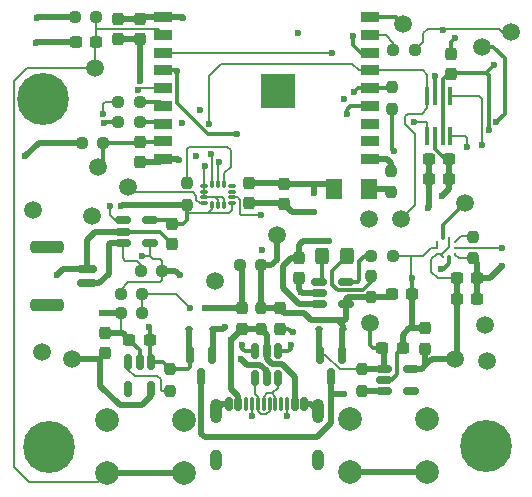
<source format=gbr>
%TF.GenerationSoftware,KiCad,Pcbnew,9.0.0*%
%TF.CreationDate,2025-12-27T14:24:40-08:00*%
%TF.ProjectId,esp_module_rev1,6573705f-6d6f-4647-956c-655f72657631,rev?*%
%TF.SameCoordinates,Original*%
%TF.FileFunction,Copper,L1,Top*%
%TF.FilePolarity,Positive*%
%FSLAX46Y46*%
G04 Gerber Fmt 4.6, Leading zero omitted, Abs format (unit mm)*
G04 Created by KiCad (PCBNEW 9.0.0) date 2025-12-27 14:24:40*
%MOMM*%
%LPD*%
G01*
G04 APERTURE LIST*
G04 Aperture macros list*
%AMRoundRect*
0 Rectangle with rounded corners*
0 $1 Rounding radius*
0 $2 $3 $4 $5 $6 $7 $8 $9 X,Y pos of 4 corners*
0 Add a 4 corners polygon primitive as box body*
4,1,4,$2,$3,$4,$5,$6,$7,$8,$9,$2,$3,0*
0 Add four circle primitives for the rounded corners*
1,1,$1+$1,$2,$3*
1,1,$1+$1,$4,$5*
1,1,$1+$1,$6,$7*
1,1,$1+$1,$8,$9*
0 Add four rect primitives between the rounded corners*
20,1,$1+$1,$2,$3,$4,$5,0*
20,1,$1+$1,$4,$5,$6,$7,0*
20,1,$1+$1,$6,$7,$8,$9,0*
20,1,$1+$1,$8,$9,$2,$3,0*%
G04 Aperture macros list end*
%TA.AperFunction,SMDPad,CuDef*%
%ADD10R,1.500000X0.900000*%
%TD*%
%TA.AperFunction,HeatsinkPad*%
%ADD11C,0.600000*%
%TD*%
%TA.AperFunction,HeatsinkPad*%
%ADD12R,2.900000X2.900000*%
%TD*%
%TA.AperFunction,SMDPad,CuDef*%
%ADD13RoundRect,0.150000X-0.512500X-0.150000X0.512500X-0.150000X0.512500X0.150000X-0.512500X0.150000X0*%
%TD*%
%TA.AperFunction,SMDPad,CuDef*%
%ADD14RoundRect,0.237500X-0.237500X0.300000X-0.237500X-0.300000X0.237500X-0.300000X0.237500X0.300000X0*%
%TD*%
%TA.AperFunction,SMDPad,CuDef*%
%ADD15RoundRect,0.237500X0.250000X0.237500X-0.250000X0.237500X-0.250000X-0.237500X0.250000X-0.237500X0*%
%TD*%
%TA.AperFunction,SMDPad,CuDef*%
%ADD16RoundRect,0.087500X-0.225000X-0.087500X0.225000X-0.087500X0.225000X0.087500X-0.225000X0.087500X0*%
%TD*%
%TA.AperFunction,SMDPad,CuDef*%
%ADD17RoundRect,0.087500X-0.087500X-0.225000X0.087500X-0.225000X0.087500X0.225000X-0.087500X0.225000X0*%
%TD*%
%TA.AperFunction,SMDPad,CuDef*%
%ADD18RoundRect,0.150000X-0.150000X-0.425000X0.150000X-0.425000X0.150000X0.425000X-0.150000X0.425000X0*%
%TD*%
%TA.AperFunction,SMDPad,CuDef*%
%ADD19RoundRect,0.075000X-0.075000X-0.500000X0.075000X-0.500000X0.075000X0.500000X-0.075000X0.500000X0*%
%TD*%
%TA.AperFunction,HeatsinkPad*%
%ADD20O,1.000000X2.100000*%
%TD*%
%TA.AperFunction,HeatsinkPad*%
%ADD21O,1.000000X1.800000*%
%TD*%
%TA.AperFunction,ComponentPad*%
%ADD22C,1.500000*%
%TD*%
%TA.AperFunction,SMDPad,CuDef*%
%ADD23R,0.254000X0.279400*%
%TD*%
%TA.AperFunction,SMDPad,CuDef*%
%ADD24R,0.279400X0.254000*%
%TD*%
%TA.AperFunction,SMDPad,CuDef*%
%ADD25RoundRect,0.237500X0.237500X-0.250000X0.237500X0.250000X-0.237500X0.250000X-0.237500X-0.250000X0*%
%TD*%
%TA.AperFunction,SMDPad,CuDef*%
%ADD26RoundRect,0.237500X-0.300000X-0.237500X0.300000X-0.237500X0.300000X0.237500X-0.300000X0.237500X0*%
%TD*%
%TA.AperFunction,SMDPad,CuDef*%
%ADD27RoundRect,0.237500X-0.250000X-0.237500X0.250000X-0.237500X0.250000X0.237500X-0.250000X0.237500X0*%
%TD*%
%TA.AperFunction,SMDPad,CuDef*%
%ADD28RoundRect,0.250000X-0.325000X-0.450000X0.325000X-0.450000X0.325000X0.450000X-0.325000X0.450000X0*%
%TD*%
%TA.AperFunction,SMDPad,CuDef*%
%ADD29RoundRect,0.150000X0.700000X-0.150000X0.700000X0.150000X-0.700000X0.150000X-0.700000X-0.150000X0*%
%TD*%
%TA.AperFunction,SMDPad,CuDef*%
%ADD30RoundRect,0.250000X1.150000X-0.250000X1.150000X0.250000X-1.150000X0.250000X-1.150000X-0.250000X0*%
%TD*%
%TA.AperFunction,SMDPad,CuDef*%
%ADD31RoundRect,0.237500X0.237500X-0.300000X0.237500X0.300000X-0.237500X0.300000X-0.237500X-0.300000X0*%
%TD*%
%TA.AperFunction,SMDPad,CuDef*%
%ADD32RoundRect,0.112500X-0.187500X-0.112500X0.187500X-0.112500X0.187500X0.112500X-0.187500X0.112500X0*%
%TD*%
%TA.AperFunction,SMDPad,CuDef*%
%ADD33RoundRect,0.150000X-0.150000X0.587500X-0.150000X-0.587500X0.150000X-0.587500X0.150000X0.587500X0*%
%TD*%
%TA.AperFunction,SMDPad,CuDef*%
%ADD34RoundRect,0.150000X-0.150000X0.512500X-0.150000X-0.512500X0.150000X-0.512500X0.150000X0.512500X0*%
%TD*%
%TA.AperFunction,ComponentPad*%
%ADD35C,0.700000*%
%TD*%
%TA.AperFunction,ComponentPad*%
%ADD36C,4.400000*%
%TD*%
%TA.AperFunction,ComponentPad*%
%ADD37C,2.000000*%
%TD*%
%TA.AperFunction,SMDPad,CuDef*%
%ADD38RoundRect,0.250001X-0.462499X-0.624999X0.462499X-0.624999X0.462499X0.624999X-0.462499X0.624999X0*%
%TD*%
%TA.AperFunction,SMDPad,CuDef*%
%ADD39RoundRect,0.237500X-0.237500X0.250000X-0.237500X-0.250000X0.237500X-0.250000X0.237500X0.250000X0*%
%TD*%
%TA.AperFunction,SMDPad,CuDef*%
%ADD40R,0.300000X1.600000*%
%TD*%
%TA.AperFunction,SMDPad,CuDef*%
%ADD41RoundRect,0.150000X0.150000X-0.512500X0.150000X0.512500X-0.150000X0.512500X-0.150000X-0.512500X0*%
%TD*%
%TA.AperFunction,SMDPad,CuDef*%
%ADD42RoundRect,0.237500X0.300000X0.237500X-0.300000X0.237500X-0.300000X-0.237500X0.300000X-0.237500X0*%
%TD*%
%TA.AperFunction,ViaPad*%
%ADD43C,0.600000*%
%TD*%
%TA.AperFunction,Conductor*%
%ADD44C,0.500000*%
%TD*%
%TA.AperFunction,Conductor*%
%ADD45C,0.150000*%
%TD*%
%TA.AperFunction,Conductor*%
%ADD46C,0.200000*%
%TD*%
%TA.AperFunction,Conductor*%
%ADD47C,0.300000*%
%TD*%
G04 APERTURE END LIST*
D10*
%TO.P,U5,1,3V3*%
%TO.N,+3V3*%
X139000000Y-83250000D03*
%TO.P,U5,2,EN*%
%TO.N,/ESP32_EN*%
X139000000Y-84750000D03*
%TO.P,U5,3,IO4*%
%TO.N,/BMP_INT*%
X139000000Y-86250000D03*
%TO.P,U5,4,IO5*%
%TO.N,/MAX_INT*%
X139000000Y-87750000D03*
%TO.P,U5,5,IO6*%
%TO.N,/LSM_INT1*%
X139000000Y-89250000D03*
%TO.P,U5,6,IO7*%
%TO.N,Net-(U5-IO7)*%
X139000000Y-90750000D03*
%TO.P,U5,7,IO8*%
%TO.N,Net-(U5-IO8)*%
X139000000Y-92250000D03*
%TO.P,U5,8,IO9*%
%TO.N,/BOOT_SEL_GPIO9*%
X139000000Y-93750000D03*
%TO.P,U5,9,GND*%
%TO.N,GND*%
X139000000Y-95250000D03*
%TO.P,U5,10,IO10*%
%TO.N,/USER_LED*%
X156500000Y-95250000D03*
%TO.P,U5,11,IO20/RXD*%
%TO.N,unconnected-(U5-IO20{slash}RXD-Pad11)*%
X156500000Y-93750000D03*
%TO.P,U5,12,IO21/TXD*%
%TO.N,unconnected-(U5-IO21{slash}TXD-Pad12)*%
X156500000Y-92250000D03*
%TO.P,U5,13,IO18*%
%TO.N,/USB_D-*%
X156500000Y-90750000D03*
%TO.P,U5,14,IO19*%
%TO.N,/USB_D+*%
X156500000Y-89250000D03*
%TO.P,U5,15,IO3*%
%TO.N,/I2C_SDA*%
X156500000Y-87750000D03*
%TO.P,U5,16,IO2*%
%TO.N,Net-(U5-IO2)*%
X156500000Y-86250000D03*
%TO.P,U5,17,IO1*%
%TO.N,/CURR_SENSE*%
X156500000Y-84750000D03*
%TO.P,U5,18,IO0*%
%TO.N,/VBATT_SENSE*%
X156500000Y-83250000D03*
D11*
%TO.P,U5,19,GND*%
%TO.N,GND*%
X147610000Y-88900000D03*
X147610000Y-90000000D03*
X148160000Y-88350000D03*
X148160000Y-89450000D03*
X148160000Y-90550000D03*
X148710000Y-88900000D03*
D12*
X148710000Y-89450000D03*
D11*
X148710000Y-90000000D03*
X149260000Y-88350000D03*
X149260000Y-89450000D03*
X149260000Y-90550000D03*
X149810000Y-88900000D03*
X149810000Y-90000000D03*
%TD*%
D13*
%TO.P,U4,1,IN*%
%TO.N,Net-(D3-K)*%
X157662500Y-113000000D03*
%TO.P,U4,2,GND*%
%TO.N,GND*%
X157662500Y-113950000D03*
%TO.P,U4,3,EN*%
%TO.N,Net-(U4-EN)*%
X157662500Y-114900000D03*
%TO.P,U4,4,NC*%
%TO.N,unconnected-(U4-NC-Pad4)*%
X159937500Y-114900000D03*
%TO.P,U4,5,OUT*%
%TO.N,+1V8*%
X159937500Y-113000000D03*
%TD*%
D14*
%TO.P,C7,1*%
%TO.N,+3V3*%
X135200000Y-83387500D03*
%TO.P,C7,2*%
%TO.N,GND*%
X135200000Y-85112500D03*
%TD*%
D15*
%TO.P,R16,1*%
%TO.N,Net-(R16-Pad1)*%
X160312500Y-86000000D03*
%TO.P,R16,2*%
%TO.N,/CURR_SENSE*%
X158487500Y-86000000D03*
%TD*%
D16*
%TO.P,U8,1,SDO/SA0*%
%TO.N,GND*%
X142487500Y-97500000D03*
%TO.P,U8,2,SDX*%
X142487500Y-98000000D03*
%TO.P,U8,3,SCX*%
X142487500Y-98500000D03*
%TO.P,U8,4,INT1*%
%TO.N,/LSM_INT1*%
X142487500Y-99000000D03*
D17*
%TO.P,U8,5,VDDIO*%
%TO.N,+3V3*%
X143150000Y-99162500D03*
%TO.P,U8,6,GND*%
%TO.N,GND*%
X143650000Y-99162500D03*
%TO.P,U8,7,GND*%
X144150000Y-99162500D03*
D16*
%TO.P,U8,8,VDD*%
%TO.N,+3V3*%
X144812500Y-99000000D03*
%TO.P,U8,9,INT2*%
%TO.N,/LSM_INT2*%
X144812500Y-98500000D03*
%TO.P,U8,10,NC*%
%TO.N,unconnected-(U8-NC-Pad10)*%
X144812500Y-98000000D03*
%TO.P,U8,11,NC*%
%TO.N,unconnected-(U8-NC-Pad11)*%
X144812500Y-97500000D03*
D17*
%TO.P,U8,12,CS*%
%TO.N,Net-(U8-CS)*%
X144150000Y-97337500D03*
%TO.P,U8,13,SCL*%
%TO.N,/I2C_SCL*%
X143650000Y-97337500D03*
%TO.P,U8,14,SDA*%
%TO.N,/I2C_SDA*%
X143150000Y-97337500D03*
%TD*%
D15*
%TO.P,R20,1*%
%TO.N,+BATT*%
X138912500Y-104700000D03*
%TO.P,R20,2*%
%TO.N,Net-(J3-Pin_1)*%
X137087500Y-104700000D03*
%TD*%
D18*
%TO.P,J1,A1,GND*%
%TO.N,GND*%
X144550000Y-115970000D03*
%TO.P,J1,A4,VBUS*%
%TO.N,+USB_VBUS*%
X145350000Y-115970000D03*
D19*
%TO.P,J1,A5,CC1*%
%TO.N,/USB_CC1*%
X146500000Y-115970000D03*
%TO.P,J1,A6,D+*%
%TO.N,Net-(J1-D+-PadA6)*%
X147500000Y-115970000D03*
%TO.P,J1,A7,D-*%
%TO.N,Net-(J1-D--PadA7)*%
X148000000Y-115970000D03*
%TO.P,J1,A8*%
%TO.N,N/C*%
X149000000Y-115970000D03*
D18*
%TO.P,J1,A9,VBUS*%
%TO.N,+USB_VBUS*%
X150150000Y-115970000D03*
%TO.P,J1,A12,GND*%
%TO.N,GND*%
X150950000Y-115970000D03*
%TO.P,J1,B1,GND*%
X150950000Y-115970000D03*
%TO.P,J1,B4,VBUS*%
%TO.N,+USB_VBUS*%
X150150000Y-115970000D03*
D19*
%TO.P,J1,B5,CC2*%
%TO.N,/USB_CC2*%
X149500000Y-115970000D03*
%TO.P,J1,B6,D+*%
%TO.N,Net-(J1-D+-PadA6)*%
X148500000Y-115970000D03*
%TO.P,J1,B7,D-*%
%TO.N,Net-(J1-D--PadA7)*%
X147000000Y-115970000D03*
%TO.P,J1,B8*%
%TO.N,N/C*%
X146000000Y-115970000D03*
D18*
%TO.P,J1,B9,VBUS*%
%TO.N,+USB_VBUS*%
X145350000Y-115970000D03*
%TO.P,J1,B12,GND*%
%TO.N,GND*%
X144550000Y-115970000D03*
D20*
%TO.P,J1,S1,SHIELD*%
X143430000Y-116545000D03*
D21*
X143430000Y-120725000D03*
D20*
X152070000Y-116545000D03*
D21*
X152070000Y-120725000D03*
%TD*%
D22*
%TO.P,TP8,1,1*%
%TO.N,/I2C_SDA*%
X159100000Y-100300000D03*
%TD*%
%TO.P,TP9,1,1*%
%TO.N,/I2C_SCL*%
X166000000Y-85750000D03*
%TD*%
D23*
%TO.P,U10,1,VDDIO*%
%TO.N,+1V8*%
X162700000Y-103550000D03*
%TO.P,U10,2,SCK*%
%TO.N,/I2C_SCL_1V8*%
X163200000Y-103550000D03*
D24*
%TO.P,U10,3,VSS*%
%TO.N,GND*%
X163737400Y-103262599D03*
%TO.P,U10,4,SDI*%
%TO.N,/I2C_SDA_1V8*%
X163737400Y-102762600D03*
%TO.P,U10,5,SDO*%
%TO.N,Net-(U10-SDO)*%
X163737400Y-102262601D03*
D23*
%TO.P,U10,6,CSB*%
%TO.N,+1V8*%
X163200000Y-101975200D03*
%TO.P,U10,7,INT*%
%TO.N,/BMP_INT*%
X162700000Y-101975200D03*
D24*
%TO.P,U10,8,VSS*%
%TO.N,GND*%
X162162600Y-102262601D03*
%TO.P,U10,9,VSS*%
X162162600Y-102762600D03*
%TO.P,U10,10,VDD*%
%TO.N,+1V8*%
X162162600Y-103262599D03*
%TD*%
D15*
%TO.P,R8,1*%
%TO.N,+USB_VBUSF*%
X147312500Y-104250000D03*
%TO.P,R8,2*%
%TO.N,GND*%
X145487500Y-104250000D03*
%TD*%
D25*
%TO.P,R6,1*%
%TO.N,Net-(U3-EN)*%
X139600000Y-114862500D03*
%TO.P,R6,2*%
%TO.N,Net-(D2-K)*%
X139600000Y-113037500D03*
%TD*%
D22*
%TO.P,TP15,1,1*%
%TO.N,/LSM_INT2*%
X156400000Y-100300000D03*
%TD*%
D15*
%TO.P,R12,1*%
%TO.N,Net-(U5-IO8)*%
X137012500Y-92150000D03*
%TO.P,R12,2*%
%TO.N,/I2C_SCL*%
X135187500Y-92150000D03*
%TD*%
D26*
%TO.P,C21,1*%
%TO.N,+1V8*%
X163837500Y-105362500D03*
%TO.P,C21,2*%
%TO.N,GND*%
X165562500Y-105362500D03*
%TD*%
D22*
%TO.P,TP12,1,1*%
%TO.N,/MAX_INT*%
X128000000Y-99600000D03*
%TD*%
D27*
%TO.P,R18,1*%
%TO.N,+BATT*%
X135400000Y-106700000D03*
%TO.P,R18,2*%
%TO.N,/VBATT_SENSE*%
X137225000Y-106700000D03*
%TD*%
D28*
%TO.P,D1,1,K*%
%TO.N,Net-(D1-K)*%
X152475000Y-103500000D03*
%TO.P,D1,2,A*%
%TO.N,Net-(D1-A)*%
X154525000Y-103500000D03*
%TD*%
D29*
%TO.P,J3,1,Pin_1*%
%TO.N,Net-(J3-Pin_1)*%
X132525000Y-105775000D03*
%TO.P,J3,2,Pin_2*%
%TO.N,GND*%
X132525000Y-104525000D03*
D30*
%TO.P,J3,MP*%
%TO.N,N/C*%
X129175000Y-107625000D03*
X129175000Y-102675000D03*
%TD*%
D25*
%TO.P,R2,1*%
%TO.N,+USB_VBUSF*%
X156600000Y-106962500D03*
%TO.P,R2,2*%
%TO.N,Net-(D1-A)*%
X156600000Y-105137500D03*
%TD*%
D31*
%TO.P,C15,1*%
%TO.N,+3V3*%
X146300000Y-99012500D03*
%TO.P,C15,2*%
%TO.N,GND*%
X146300000Y-97287500D03*
%TD*%
D22*
%TO.P,TP5,1,1*%
%TO.N,Net-(D3-K)*%
X156500000Y-109150000D03*
%TD*%
D31*
%TO.P,C22,1*%
%TO.N,+3V3*%
X134100000Y-111712500D03*
%TO.P,C22,2*%
%TO.N,GND*%
X134100000Y-109987500D03*
%TD*%
%TO.P,C3,1*%
%TO.N,+USB_VBUS*%
X145650000Y-109612500D03*
%TO.P,C3,2*%
%TO.N,GND*%
X145650000Y-107887500D03*
%TD*%
D22*
%TO.P,TP14,1,1*%
%TO.N,/LSM_INT1*%
X136000000Y-97600000D03*
%TD*%
D32*
%TO.P,D2,1,K*%
%TO.N,Net-(D2-K)*%
X141150000Y-109650000D03*
%TO.P,D2,2,A*%
%TO.N,+USB_VBUSF*%
X143250000Y-109650000D03*
%TD*%
D27*
%TO.P,R9,1*%
%TO.N,+3V3*%
X131487500Y-83250000D03*
%TO.P,R9,2*%
%TO.N,/ESP32_EN*%
X133312500Y-83250000D03*
%TD*%
D33*
%TO.P,Q2,1,G*%
%TO.N,+USB_VBUSF*%
X154150000Y-111812500D03*
%TO.P,Q2,2,S*%
%TO.N,Net-(D3-K)*%
X152250000Y-111812500D03*
%TO.P,Q2,3,D*%
%TO.N,+BATT*%
X153200000Y-113687500D03*
%TD*%
D22*
%TO.P,TP4,1,1*%
%TO.N,Net-(D2-K)*%
X128700000Y-111600000D03*
%TD*%
D14*
%TO.P,C24,1*%
%TO.N,+3V3*%
X139700000Y-100737500D03*
%TO.P,C24,2*%
%TO.N,GND*%
X139700000Y-102462500D03*
%TD*%
D27*
%TO.P,R3,1*%
%TO.N,Net-(U1-PROG)*%
X156600000Y-103450000D03*
%TO.P,R3,2*%
%TO.N,GND*%
X158425000Y-103450000D03*
%TD*%
D25*
%TO.P,R22,1*%
%TO.N,GND*%
X165200000Y-103662500D03*
%TO.P,R22,2*%
%TO.N,Net-(U10-SDO)*%
X165200000Y-101837500D03*
%TD*%
D34*
%TO.P,U3,1,IN*%
%TO.N,Net-(D2-K)*%
X137950000Y-112412500D03*
%TO.P,U3,2,GND*%
%TO.N,GND*%
X137000000Y-112412500D03*
%TO.P,U3,3,EN*%
%TO.N,Net-(U3-EN)*%
X136050000Y-112412500D03*
%TO.P,U3,4,NC*%
%TO.N,unconnected-(U3-NC-Pad4)*%
X136050000Y-114687500D03*
%TO.P,U3,5,OUT*%
%TO.N,+3V3*%
X137950000Y-114687500D03*
%TD*%
D35*
%TO.P,H2,1,1*%
%TO.N,GND*%
X164700000Y-119510000D03*
X165183274Y-118343274D03*
X165183274Y-120676726D03*
X166350000Y-117860000D03*
D36*
X166350000Y-119510000D03*
D35*
X166350000Y-121160000D03*
X167516726Y-118343274D03*
X167516726Y-120676726D03*
X168000000Y-119510000D03*
%TD*%
D13*
%TO.P,U1,1,STAT*%
%TO.N,Net-(D1-K)*%
X152212500Y-105650000D03*
%TO.P,U1,2,V_{SS}*%
%TO.N,GND*%
X152212500Y-106600000D03*
%TO.P,U1,3,V_{BAT}*%
%TO.N,+BATT*%
X152212500Y-107550000D03*
%TO.P,U1,4,V_{DD}*%
%TO.N,+USB_VBUSF*%
X154487500Y-107550000D03*
%TO.P,U1,5,PROG*%
%TO.N,Net-(U1-PROG)*%
X154487500Y-105650000D03*
%TD*%
D37*
%TO.P,SW1,1,1*%
%TO.N,GND*%
X134250000Y-117360000D03*
X140750000Y-117360000D03*
%TO.P,SW1,2,2*%
%TO.N,/ESP32_EN*%
X134250000Y-121860000D03*
X140750000Y-121860000D03*
%TD*%
D31*
%TO.P,C23,1*%
%TO.N,+1V8*%
X161200000Y-111312500D03*
%TO.P,C23,2*%
%TO.N,GND*%
X161200000Y-109587500D03*
%TD*%
D26*
%TO.P,C2,1*%
%TO.N,+USB_VBUSF*%
X158337500Y-106650000D03*
%TO.P,C2,2*%
%TO.N,GND*%
X160062500Y-106650000D03*
%TD*%
D38*
%TO.P,D4,1,K*%
%TO.N,GND*%
X153412500Y-97750000D03*
%TO.P,D4,2,A*%
%TO.N,Net-(D4-A)*%
X156387500Y-97750000D03*
%TD*%
D15*
%TO.P,R19,1*%
%TO.N,/VBATT_SENSE*%
X137212500Y-108300000D03*
%TO.P,R19,2*%
%TO.N,GND*%
X135387500Y-108300000D03*
%TD*%
D32*
%TO.P,D3,1,K*%
%TO.N,Net-(D3-K)*%
X152150000Y-109650000D03*
%TO.P,D3,2,A*%
%TO.N,+USB_VBUSF*%
X154250000Y-109650000D03*
%TD*%
D22*
%TO.P,TP19,1,1*%
%TO.N,/ESP32_EN*%
X133200000Y-87550000D03*
%TD*%
D33*
%TO.P,Q1,1,G*%
%TO.N,+USB_VBUSF*%
X143150000Y-111812500D03*
%TO.P,Q1,2,S*%
%TO.N,Net-(D2-K)*%
X141250000Y-111812500D03*
%TO.P,Q1,3,D*%
%TO.N,+BATT*%
X142200000Y-113687500D03*
%TD*%
D39*
%TO.P,R21,1*%
%TO.N,Net-(U8-CS)*%
X141000000Y-97287500D03*
%TO.P,R21,2*%
%TO.N,+3V3*%
X141000000Y-99112500D03*
%TD*%
D22*
%TO.P,TP11,1,1*%
%TO.N,Net-(R16-Pad1)*%
X168400000Y-84500000D03*
%TD*%
D26*
%TO.P,C13,1*%
%TO.N,+3V3*%
X161487500Y-95287500D03*
%TO.P,C13,2*%
%TO.N,GND*%
X163212500Y-95287500D03*
%TD*%
D40*
%TO.P,U6,1,B2*%
%TO.N,/I2C_SCL*%
X161350000Y-93312500D03*
%TO.P,U6,2,GND*%
%TO.N,GND*%
X162000000Y-93312500D03*
%TO.P,U6,3,VCCA*%
%TO.N,+1V8*%
X162650000Y-93312500D03*
%TO.P,U6,4,A2*%
%TO.N,/I2C_SCL_1V8*%
X163300000Y-93312500D03*
%TO.P,U6,5,A1*%
%TO.N,/I2C_SDA_1V8*%
X163300000Y-89912500D03*
%TO.P,U6,6,OE*%
%TO.N,+1V8*%
X162650000Y-89912500D03*
%TO.P,U6,7,VCCB*%
%TO.N,+3V3*%
X162000000Y-89912500D03*
%TO.P,U6,8,B1*%
%TO.N,/I2C_SDA*%
X161350000Y-89912500D03*
%TD*%
D15*
%TO.P,R10,1*%
%TO.N,Net-(U5-IO7)*%
X137012500Y-90450000D03*
%TO.P,R10,2*%
%TO.N,/LSM_INT2*%
X135187500Y-90450000D03*
%TD*%
D35*
%TO.P,H3,1,1*%
%TO.N,GND*%
X127150000Y-90200000D03*
X127633274Y-89033274D03*
X127633274Y-91366726D03*
X128800000Y-88550000D03*
D36*
X128800000Y-90200000D03*
D35*
X128800000Y-91850000D03*
X129966726Y-89033274D03*
X129966726Y-91366726D03*
X130450000Y-90200000D03*
%TD*%
D26*
%TO.P,C6,1*%
%TO.N,Net-(D3-K)*%
X157537500Y-111250000D03*
%TO.P,C6,2*%
%TO.N,GND*%
X159262500Y-111250000D03*
%TD*%
D22*
%TO.P,TP16,1,1*%
%TO.N,+USB_VBUS*%
X143400000Y-105550000D03*
%TD*%
D41*
%TO.P,U2,1,I/O1*%
%TO.N,Net-(J1-D--PadA7)*%
X146800000Y-113787500D03*
%TO.P,U2,2,GND*%
%TO.N,GND*%
X147750000Y-113787500D03*
%TO.P,U2,3,I/O2*%
%TO.N,Net-(J1-D+-PadA6)*%
X148700000Y-113787500D03*
%TO.P,U2,4,I/O2*%
%TO.N,/USB_D+*%
X148700000Y-111512500D03*
%TO.P,U2,5,VBUS*%
%TO.N,+USB_VBUS*%
X147750000Y-111512500D03*
%TO.P,U2,6,I/O1*%
%TO.N,/USB_D-*%
X146800000Y-111512500D03*
%TD*%
D22*
%TO.P,TP2,1,1*%
%TO.N,+3V3*%
X131300000Y-112150000D03*
%TD*%
%TO.P,TP17,1,1*%
%TO.N,+USB_VBUSF*%
X148600000Y-101650000D03*
%TD*%
D37*
%TO.P,SW2,1,1*%
%TO.N,GND*%
X154800000Y-117260000D03*
X161300000Y-117260000D03*
%TO.P,SW2,2,2*%
%TO.N,/BOOT_SEL_GPIO9*%
X154800000Y-121760000D03*
X161300000Y-121760000D03*
%TD*%
D22*
%TO.P,TP6,1,1*%
%TO.N,/I2C_SDA_1V8*%
X166400000Y-112350000D03*
%TD*%
D26*
%TO.P,C12,1*%
%TO.N,+3V3*%
X161462500Y-96962500D03*
%TO.P,C12,2*%
%TO.N,GND*%
X163187500Y-96962500D03*
%TD*%
D14*
%TO.P,C10,1*%
%TO.N,/BOOT_SEL_GPIO9*%
X137000000Y-93787500D03*
%TO.P,C10,2*%
%TO.N,GND*%
X137000000Y-95512500D03*
%TD*%
D26*
%TO.P,C20,1*%
%TO.N,+1V8*%
X163837500Y-107062500D03*
%TO.P,C20,2*%
%TO.N,GND*%
X165562500Y-107062500D03*
%TD*%
D42*
%TO.P,C9,1*%
%TO.N,/ESP32_EN*%
X133325000Y-85350000D03*
%TO.P,C9,2*%
%TO.N,GND*%
X131600000Y-85350000D03*
%TD*%
D14*
%TO.P,C8,1*%
%TO.N,+3V3*%
X137000000Y-83387500D03*
%TO.P,C8,2*%
%TO.N,GND*%
X137000000Y-85112500D03*
%TD*%
D25*
%TO.P,R13,1*%
%TO.N,Net-(D4-A)*%
X158300000Y-98075000D03*
%TO.P,R13,2*%
%TO.N,/USER_LED*%
X158300000Y-96250000D03*
%TD*%
D14*
%TO.P,C1,1*%
%TO.N,+BATT*%
X150450000Y-103587500D03*
%TO.P,C1,2*%
%TO.N,GND*%
X150450000Y-105312500D03*
%TD*%
D22*
%TO.P,TP7,1,1*%
%TO.N,/I2C_SCL_1V8*%
X166200000Y-109300000D03*
%TD*%
D39*
%TO.P,R1,1*%
%TO.N,+USB_VBUSF*%
X147250000Y-107837500D03*
%TO.P,R1,2*%
%TO.N,+USB_VBUS*%
X147250000Y-109662500D03*
%TD*%
D22*
%TO.P,TP1,1,1*%
%TO.N,+BATT*%
X133000000Y-100050000D03*
%TD*%
D13*
%TO.P,U7,1*%
%TO.N,Net-(R16-Pad1)*%
X135562500Y-100450000D03*
%TO.P,U7,2,GND*%
%TO.N,GND*%
X135562500Y-101400000D03*
%TO.P,U7,3,+*%
%TO.N,Net-(J3-Pin_1)*%
X135562500Y-102350000D03*
%TO.P,U7,4,-*%
%TO.N,+BATT*%
X137837500Y-102350000D03*
%TO.P,U7,5,V+*%
%TO.N,+3V3*%
X137837500Y-100450000D03*
%TD*%
D25*
%TO.P,R15,1*%
%TO.N,+3V3*%
X158400000Y-91012500D03*
%TO.P,R15,2*%
%TO.N,/USB_D+*%
X158400000Y-89187500D03*
%TD*%
D14*
%TO.P,C4,1*%
%TO.N,+USB_VBUSF*%
X148850000Y-107887500D03*
%TO.P,C4,2*%
%TO.N,GND*%
X148850000Y-109612500D03*
%TD*%
D31*
%TO.P,C11,1*%
%TO.N,+1V8*%
X163400000Y-88062500D03*
%TO.P,C11,2*%
%TO.N,GND*%
X163400000Y-86337500D03*
%TD*%
%TO.P,C14,1*%
%TO.N,+3V3*%
X149250000Y-99062500D03*
%TO.P,C14,2*%
%TO.N,GND*%
X149250000Y-97337500D03*
%TD*%
D42*
%TO.P,C5,1*%
%TO.N,Net-(D2-K)*%
X137862500Y-110550000D03*
%TO.P,C5,2*%
%TO.N,GND*%
X136137500Y-110550000D03*
%TD*%
D25*
%TO.P,R7,1*%
%TO.N,Net-(U4-EN)*%
X155800000Y-114862500D03*
%TO.P,R7,2*%
%TO.N,Net-(D3-K)*%
X155800000Y-113037500D03*
%TD*%
D22*
%TO.P,TP18,1,1*%
%TO.N,/BOOT_SEL_GPIO9*%
X133500000Y-95950000D03*
%TD*%
D35*
%TO.P,H1,1,1*%
%TO.N,GND*%
X127650000Y-119610000D03*
X128133274Y-118443274D03*
X128133274Y-120776726D03*
X129300000Y-117960000D03*
D36*
X129300000Y-119610000D03*
D35*
X129300000Y-121260000D03*
X130466726Y-118443274D03*
X130466726Y-120776726D03*
X130950000Y-119610000D03*
%TD*%
D27*
%TO.P,R11,1*%
%TO.N,+3V3*%
X132087500Y-93850000D03*
%TO.P,R11,2*%
%TO.N,/BOOT_SEL_GPIO9*%
X133912500Y-93850000D03*
%TD*%
D22*
%TO.P,TP10,1,1*%
%TO.N,/VBATT_SENSE*%
X159300000Y-83850000D03*
%TD*%
%TO.P,TP13,1,1*%
%TO.N,/BMP_INT*%
X164550000Y-98950000D03*
%TD*%
%TO.P,TP3,1,1*%
%TO.N,+1V8*%
X163700000Y-112150000D03*
%TD*%
D43*
%TO.N,+BATT*%
X140400000Y-105100000D03*
X137200000Y-103500000D03*
X153000000Y-102200000D03*
X154300000Y-115100000D03*
%TO.N,GND*%
X142500000Y-95800000D03*
X150000000Y-109900000D03*
X145600000Y-112200000D03*
X167700000Y-104300000D03*
X128200000Y-85400000D03*
X130025000Y-105025000D03*
X147325000Y-102925000D03*
X142500000Y-107900000D03*
X162600000Y-98400000D03*
X160100000Y-105300000D03*
X140300000Y-95300000D03*
X154275000Y-90200000D03*
X151750000Y-98100000D03*
X133775000Y-108300000D03*
X150700000Y-106500000D03*
X137000000Y-88600000D03*
X163700000Y-85000000D03*
%TO.N,+USB_VBUSF*%
X144200000Y-109500000D03*
%TO.N,+USB_VBUS*%
X144700000Y-110562500D03*
%TO.N,Net-(D2-K)*%
X137800000Y-109500000D03*
%TO.N,+3V3*%
X128300000Y-83300000D03*
X140700000Y-83300000D03*
X141800000Y-95000000D03*
X151750000Y-99700000D03*
X127300000Y-95000000D03*
X162000000Y-88200000D03*
X150400000Y-84600000D03*
X135400000Y-99200000D03*
X158500000Y-94600000D03*
X161400000Y-99400000D03*
%TO.N,+1V8*%
X166550000Y-92800000D03*
X167000000Y-87300000D03*
%TO.N,/USB_CC2*%
X149500000Y-117000000D03*
%TO.N,/USB_CC1*%
X146500000Y-117000000D03*
%TO.N,/VBATT_SENSE*%
X141300000Y-107900000D03*
X140600000Y-92200000D03*
%TO.N,/I2C_SCL*%
X134000000Y-92200000D03*
X143700000Y-95500000D03*
X160200000Y-92150003D03*
X167200000Y-92100000D03*
%TO.N,/I2C_SDA*%
X143000000Y-94800000D03*
X142900000Y-92300000D03*
%TO.N,/I2C_SCL_1V8*%
X162500000Y-104525735D03*
X164700000Y-94200000D03*
%TO.N,/I2C_SDA_1V8*%
X166000000Y-94100000D03*
X167700000Y-102750000D03*
%TO.N,/LSM_INT2*%
X147300000Y-100000000D03*
X133900000Y-91400000D03*
%TO.N,/LSM_INT1*%
X136886863Y-89391962D03*
%TO.N,/MAX_INT*%
X145200000Y-93100000D03*
X140200000Y-87800000D03*
%TO.N,/BMP_INT*%
X153300000Y-86250000D03*
%TO.N,/USB_D-*%
X154525000Y-91425000D03*
X145700000Y-111000000D03*
%TO.N,/USB_D+*%
X155125000Y-89600000D03*
X149800000Y-111000000D03*
%TO.N,Net-(R16-Pad1)*%
X162700000Y-84300000D03*
X134500000Y-99200000D03*
X142100000Y-91100000D03*
%TO.N,Net-(U5-IO2)*%
X155100000Y-84800000D03*
%TD*%
D44*
%TO.N,+BATT*%
X142500000Y-118800000D02*
X152000000Y-118800000D01*
D45*
X137837500Y-103437500D02*
X137837500Y-102350000D01*
D44*
X154300000Y-115100000D02*
X153200000Y-115100000D01*
X149803864Y-103587500D02*
X150450000Y-103587500D01*
X152000000Y-118800000D02*
X153200000Y-117600000D01*
X153200000Y-115100000D02*
X153200000Y-113687500D01*
X149100000Y-104291364D02*
X149803864Y-103587500D01*
X153200000Y-117600000D02*
X153200000Y-115100000D01*
X140000000Y-104700000D02*
X140400000Y-105100000D01*
X153000000Y-102200000D02*
X150800000Y-102200000D01*
D45*
X138912500Y-104700000D02*
X138912500Y-103912500D01*
X138912500Y-104700000D02*
X138912500Y-105487500D01*
X137775000Y-103500000D02*
X137200000Y-103500000D01*
X135400000Y-106300000D02*
X135400000Y-106700000D01*
D44*
X150800000Y-102200000D02*
X150450000Y-102550000D01*
D45*
X138912500Y-103912500D02*
X138700000Y-103700000D01*
D44*
X142200000Y-113687500D02*
X142200000Y-118500000D01*
X149100000Y-106200000D02*
X149100000Y-104291364D01*
D45*
X138700000Y-105700000D02*
X136000000Y-105700000D01*
D44*
X150450000Y-107550000D02*
X149100000Y-106200000D01*
X142200000Y-118500000D02*
X142500000Y-118800000D01*
X152212500Y-107550000D02*
X150450000Y-107550000D01*
D45*
X137837500Y-103437500D02*
X137775000Y-103500000D01*
D44*
X138912500Y-104700000D02*
X140000000Y-104700000D01*
D45*
X138700000Y-103700000D02*
X138100000Y-103700000D01*
X136000000Y-105700000D02*
X135400000Y-106300000D01*
X138100000Y-103700000D02*
X137837500Y-103437500D01*
D44*
X150450000Y-102550000D02*
X150450000Y-103587500D01*
D45*
X138912500Y-105487500D02*
X138700000Y-105700000D01*
D46*
%TO.N,GND*%
X160000000Y-103450000D02*
X160950000Y-103450000D01*
D44*
X146300000Y-97287500D02*
X149200000Y-97287500D01*
X165562500Y-105362500D02*
X166637500Y-105362500D01*
X131600000Y-85350000D02*
X128250000Y-85350000D01*
D45*
X135387500Y-109800000D02*
X135575000Y-109987500D01*
D47*
X139700000Y-102400000D02*
X138700000Y-101400000D01*
D46*
X160000000Y-103450000D02*
X160000000Y-105200000D01*
D44*
X151800000Y-97337500D02*
X151800000Y-98050000D01*
D46*
X143650000Y-99162500D02*
X143650000Y-98750000D01*
X142487500Y-97500000D02*
X142487500Y-95812500D01*
D44*
X132525000Y-102075000D02*
X132525000Y-104525000D01*
X132525000Y-104525000D02*
X130525000Y-104525000D01*
X159812500Y-109587500D02*
X160000000Y-109587500D01*
X160000000Y-109587500D02*
X161200000Y-109587500D01*
X150450000Y-106250000D02*
X150700000Y-106500000D01*
D47*
X163400000Y-86337500D02*
X163400000Y-85300000D01*
D46*
X143650000Y-98750000D02*
X143400000Y-98500000D01*
D44*
X144005000Y-115970000D02*
X143430000Y-116545000D01*
X139000000Y-95250000D02*
X140250000Y-95250000D01*
X147203100Y-112674000D02*
X147750000Y-113220900D01*
X133200000Y-101400000D02*
X132525000Y-102075000D01*
D46*
X161637400Y-102762600D02*
X162162600Y-102762600D01*
X163737400Y-103262599D02*
X163737400Y-103337400D01*
D44*
X150800000Y-106600000D02*
X150700000Y-106500000D01*
X151495000Y-115970000D02*
X152070000Y-116545000D01*
X151800000Y-98050000D02*
X151750000Y-98100000D01*
D47*
X150000000Y-109900000D02*
X149900000Y-109900000D01*
D44*
X149250000Y-97337500D02*
X151800000Y-97337500D01*
X145650000Y-107887500D02*
X145650000Y-104412500D01*
X159262500Y-111250000D02*
X159262500Y-110137500D01*
D47*
X149600000Y-109600000D02*
X149425000Y-109600000D01*
X162875000Y-95287500D02*
X163212500Y-95287500D01*
D46*
X160950000Y-103450000D02*
X161637400Y-102762600D01*
D44*
X137000000Y-85112500D02*
X137000000Y-88600000D01*
D47*
X160062500Y-105337500D02*
X160100000Y-105300000D01*
D46*
X144150000Y-99162500D02*
X144150000Y-98650000D01*
D44*
X146074000Y-112674000D02*
X147203100Y-112674000D01*
X163212500Y-96937500D02*
X163187500Y-96962500D01*
D47*
X149425000Y-109600000D02*
X149412500Y-109612500D01*
D44*
X135575000Y-109987500D02*
X136137500Y-110550000D01*
X130525000Y-104525000D02*
X130025000Y-105025000D01*
X149200000Y-97287500D02*
X149250000Y-97337500D01*
X142512500Y-107887500D02*
X142500000Y-107900000D01*
X140250000Y-95250000D02*
X140300000Y-95300000D01*
D46*
X163737400Y-103337400D02*
X164062500Y-103662500D01*
D44*
X151800000Y-97337500D02*
X153000000Y-97337500D01*
D45*
X135387500Y-108300000D02*
X135387500Y-109800000D01*
D44*
X144550000Y-115970000D02*
X144005000Y-115970000D01*
D47*
X158800000Y-113474999D02*
X158800000Y-111712500D01*
D44*
X145650000Y-107887500D02*
X142512500Y-107887500D01*
X135200000Y-85112500D02*
X137000000Y-85112500D01*
X163187500Y-96962500D02*
X163187500Y-97812500D01*
X160062500Y-106650000D02*
X160062500Y-109525000D01*
X166637500Y-105362500D02*
X167700000Y-104300000D01*
D47*
X149900000Y-109900000D02*
X149600000Y-109600000D01*
D46*
X142487500Y-95812500D02*
X142500000Y-95800000D01*
D47*
X162000000Y-94412500D02*
X162875000Y-95287500D01*
D44*
X152212500Y-106600000D02*
X150800000Y-106600000D01*
D46*
X142487500Y-98000000D02*
X142487500Y-97500000D01*
X162162600Y-102762600D02*
X162162600Y-102262601D01*
D44*
X135387500Y-108300000D02*
X133775000Y-108300000D01*
X145650000Y-104412500D02*
X145487500Y-104250000D01*
X128250000Y-85350000D02*
X128200000Y-85400000D01*
D46*
X143400000Y-98500000D02*
X142487500Y-98500000D01*
X164062500Y-103662500D02*
X165200000Y-103662500D01*
D44*
X134100000Y-109987500D02*
X135575000Y-109987500D01*
D47*
X162000000Y-93312500D02*
X162000000Y-94412500D01*
D44*
X159262500Y-110137500D02*
X159812500Y-109587500D01*
X160062500Y-109525000D02*
X160000000Y-109587500D01*
D46*
X160000000Y-105200000D02*
X160100000Y-105300000D01*
D47*
X158800000Y-111712500D02*
X159262500Y-111250000D01*
X137000000Y-112412500D02*
X137000000Y-111412500D01*
X158324999Y-113950000D02*
X158800000Y-113474999D01*
D46*
X144150000Y-98650000D02*
X144000000Y-98500000D01*
D44*
X163212500Y-95287500D02*
X163212500Y-96937500D01*
X165562500Y-105362500D02*
X165562500Y-107062500D01*
D46*
X158425000Y-103450000D02*
X160000000Y-103450000D01*
D47*
X163400000Y-85300000D02*
X163700000Y-85000000D01*
D46*
X142487500Y-98500000D02*
X142487500Y-98000000D01*
D44*
X165562500Y-105362500D02*
X165562500Y-104025000D01*
X147750000Y-113220900D02*
X147750000Y-113787500D01*
D46*
X144000000Y-98500000D02*
X143400000Y-98500000D01*
D44*
X145600000Y-112200000D02*
X146074000Y-112674000D01*
X163187500Y-97812500D02*
X162600000Y-98400000D01*
D47*
X149412500Y-109612500D02*
X148850000Y-109612500D01*
X138700000Y-101400000D02*
X135562500Y-101400000D01*
X157662500Y-113950000D02*
X158324999Y-113950000D01*
X160062500Y-106650000D02*
X160062500Y-105337500D01*
X137000000Y-111412500D02*
X136137500Y-110550000D01*
D44*
X137000000Y-95512500D02*
X138737500Y-95512500D01*
D47*
X139700000Y-102462500D02*
X139700000Y-102400000D01*
D44*
X150450000Y-105312500D02*
X150450000Y-106250000D01*
X150950000Y-115970000D02*
X151495000Y-115970000D01*
X165562500Y-104025000D02*
X165200000Y-103662500D01*
X135562500Y-101400000D02*
X133200000Y-101400000D01*
X138737500Y-95512500D02*
X139000000Y-95250000D01*
X153000000Y-97337500D02*
X153412500Y-97750000D01*
%TO.N,+USB_VBUSF*%
X154150000Y-111812500D02*
X154150000Y-109750000D01*
X148600000Y-103800000D02*
X148600000Y-101650000D01*
X143250000Y-111712500D02*
X143150000Y-111812500D01*
X151500000Y-108900000D02*
X153800000Y-108900000D01*
X147250000Y-104312500D02*
X147312500Y-104250000D01*
X154487500Y-107550000D02*
X154487500Y-107112500D01*
X147312500Y-104250000D02*
X148150000Y-104250000D01*
X149262500Y-108300000D02*
X150900000Y-108300000D01*
X154250000Y-109350000D02*
X154250000Y-109650000D01*
X153800000Y-108900000D02*
X154400000Y-108900000D01*
X154500000Y-108800000D02*
X154487500Y-108787500D01*
X144050000Y-109650000D02*
X144200000Y-109500000D01*
X148800000Y-107837500D02*
X148850000Y-107887500D01*
X150900000Y-108300000D02*
X151500000Y-108900000D01*
X143250000Y-109650000D02*
X144050000Y-109650000D01*
X153800000Y-108900000D02*
X154250000Y-109350000D01*
X148150000Y-104250000D02*
X148600000Y-103800000D01*
X148850000Y-107887500D02*
X149262500Y-108300000D01*
X154150000Y-109750000D02*
X154250000Y-109650000D01*
X154487500Y-107112500D02*
X154637500Y-106962500D01*
X147250000Y-107837500D02*
X148800000Y-107837500D01*
X158025000Y-106962500D02*
X158337500Y-106650000D01*
X154400000Y-108900000D02*
X154500000Y-108800000D01*
X154487500Y-108787500D02*
X154487500Y-107550000D01*
X143250000Y-109650000D02*
X143250000Y-111712500D01*
X154637500Y-106962500D02*
X156600000Y-106962500D01*
X147250000Y-107837500D02*
X147250000Y-104312500D01*
X156600000Y-106962500D02*
X158025000Y-106962500D01*
%TO.N,+USB_VBUS*%
X147200000Y-109612500D02*
X147250000Y-109662500D01*
X148201001Y-112626000D02*
X147750000Y-112174999D01*
X149055100Y-112626000D02*
X148201001Y-112626000D01*
X150150000Y-113720900D02*
X149055100Y-112626000D01*
X150150000Y-115970000D02*
X150150000Y-113720900D01*
X144700000Y-110562500D02*
X145650000Y-109612500D01*
X147250000Y-109662500D02*
X147750000Y-110162500D01*
X145650000Y-109612500D02*
X147200000Y-109612500D01*
X145301000Y-115291900D02*
X144700000Y-114690900D01*
X147750000Y-112174999D02*
X147750000Y-111512500D01*
X145301000Y-115921000D02*
X145301000Y-115291900D01*
X147750000Y-110162500D02*
X147750000Y-111512500D01*
X144700000Y-114690900D02*
X144700000Y-110562500D01*
X145350000Y-115970000D02*
X145301000Y-115921000D01*
D47*
%TO.N,Net-(D2-K)*%
X137862500Y-110550000D02*
X137862500Y-112325000D01*
X137862500Y-109562500D02*
X137800000Y-109500000D01*
X139600000Y-113037500D02*
X141062500Y-113037500D01*
X141250000Y-112850000D02*
X141250000Y-111812500D01*
X137862500Y-112325000D02*
X137950000Y-112412500D01*
X138975000Y-112412500D02*
X139600000Y-113037500D01*
D44*
X141150000Y-111712500D02*
X141250000Y-111812500D01*
X141150000Y-109650000D02*
X141150000Y-111712500D01*
D47*
X141062500Y-113037500D02*
X141250000Y-112850000D01*
X137862500Y-110550000D02*
X137862500Y-109562500D01*
X137950000Y-112412500D02*
X138975000Y-112412500D01*
D45*
%TO.N,Net-(D3-K)*%
X152250000Y-111812500D02*
X152712500Y-111812500D01*
X153937500Y-113037500D02*
X155800000Y-113037500D01*
D44*
X155800000Y-113037500D02*
X157625000Y-113037500D01*
D47*
X156500000Y-111000000D02*
X156500000Y-109150000D01*
D44*
X157625000Y-113037500D02*
X157662500Y-113000000D01*
X152150000Y-111712500D02*
X152250000Y-111812500D01*
X157662500Y-111375000D02*
X157537500Y-111250000D01*
D47*
X156750000Y-111250000D02*
X156500000Y-111000000D01*
X157537500Y-111250000D02*
X156750000Y-111250000D01*
D44*
X157662500Y-113000000D02*
X157662500Y-111375000D01*
D45*
X152712500Y-111812500D02*
X153937500Y-113037500D01*
D44*
X152150000Y-109650000D02*
X152150000Y-111712500D01*
%TO.N,+3V3*%
X135300000Y-116100000D02*
X137200000Y-116100000D01*
D47*
X140662500Y-100737500D02*
X141000000Y-100400000D01*
D44*
X149900000Y-99700000D02*
X151750000Y-99700000D01*
X161462500Y-96962500D02*
X161462500Y-99337500D01*
D46*
X141000000Y-99700000D02*
X141100000Y-99800000D01*
X144600000Y-99800000D02*
X144812500Y-99587500D01*
D47*
X158400000Y-94500000D02*
X158500000Y-94600000D01*
D44*
X139000000Y-83250000D02*
X137137500Y-83250000D01*
X149250000Y-99062500D02*
X149262500Y-99062500D01*
X149200000Y-99012500D02*
X149250000Y-99062500D01*
X132087500Y-93850000D02*
X128450000Y-93850000D01*
X146300000Y-99012500D02*
X149200000Y-99012500D01*
D46*
X141100000Y-99800000D02*
X142800000Y-99800000D01*
D47*
X158400000Y-91012500D02*
X158400000Y-94500000D01*
D44*
X140650000Y-83250000D02*
X140700000Y-83300000D01*
X128450000Y-93850000D02*
X127300000Y-95000000D01*
X137950000Y-115349999D02*
X137950000Y-114687500D01*
X133662500Y-112150000D02*
X134100000Y-111712500D01*
X161462500Y-99337500D02*
X161400000Y-99400000D01*
D47*
X162000000Y-89912500D02*
X162000000Y-88200000D01*
X137837500Y-100450000D02*
X139412500Y-100450000D01*
D44*
X133662500Y-112150000D02*
X133662500Y-114462500D01*
X149262500Y-99062500D02*
X149900000Y-99700000D01*
D46*
X141000000Y-99112500D02*
X141000000Y-99700000D01*
D44*
X133662500Y-114462500D02*
X135300000Y-116100000D01*
D46*
X142800000Y-99800000D02*
X143150000Y-99450000D01*
D44*
X128350000Y-83250000D02*
X128300000Y-83300000D01*
X137000000Y-83387500D02*
X135200000Y-83387500D01*
D46*
X142800000Y-99800000D02*
X144600000Y-99800000D01*
D47*
X139412500Y-100450000D02*
X139700000Y-100737500D01*
D44*
X131300000Y-112150000D02*
X133662500Y-112150000D01*
X137137500Y-83250000D02*
X137000000Y-83387500D01*
X131487500Y-83250000D02*
X128350000Y-83250000D01*
D47*
X139700000Y-100737500D02*
X140662500Y-100737500D01*
D44*
X161487500Y-95287500D02*
X161487500Y-96937500D01*
X161487500Y-96937500D02*
X161462500Y-96962500D01*
X141000000Y-99112500D02*
X135487500Y-99112500D01*
D46*
X144812500Y-99587500D02*
X144812500Y-99000000D01*
D47*
X141000000Y-100400000D02*
X141000000Y-99112500D01*
D44*
X135487500Y-99112500D02*
X135400000Y-99200000D01*
X139000000Y-83250000D02*
X140650000Y-83250000D01*
X137200000Y-116100000D02*
X137950000Y-115349999D01*
D46*
X143150000Y-99450000D02*
X143150000Y-99162500D01*
D44*
%TO.N,+1V8*%
X161750000Y-112150000D02*
X163700000Y-112150000D01*
D46*
X162162600Y-103262599D02*
X161700000Y-103725199D01*
X162262500Y-105362500D02*
X163837500Y-105362500D01*
D44*
X163837500Y-112012500D02*
X163700000Y-112150000D01*
D47*
X162650000Y-89912500D02*
X162650000Y-88475000D01*
X166550000Y-88125000D02*
X166362500Y-87937500D01*
D44*
X163837500Y-107062500D02*
X163837500Y-105362500D01*
D47*
X166550000Y-92800000D02*
X166550000Y-88125000D01*
D44*
X161200000Y-112700000D02*
X161750000Y-112150000D01*
D47*
X162650000Y-88475000D02*
X163187500Y-87937500D01*
D46*
X161700000Y-103725199D02*
X161700000Y-104800000D01*
D47*
X163300000Y-88050000D02*
X163187500Y-87937500D01*
D46*
X163200000Y-101975200D02*
X163200000Y-102700000D01*
D47*
X162650000Y-89912500D02*
X162650000Y-93312500D01*
D46*
X162525000Y-103375000D02*
X162700000Y-103550000D01*
D44*
X161200000Y-112700000D02*
X161200000Y-111312500D01*
X159937500Y-113000000D02*
X160900000Y-113000000D01*
D46*
X162412599Y-103262599D02*
X162525000Y-103375000D01*
D44*
X160900000Y-113000000D02*
X161200000Y-112700000D01*
D46*
X163200000Y-102700000D02*
X162525000Y-103375000D01*
D47*
X163187500Y-87937500D02*
X166362500Y-87937500D01*
X166362500Y-87937500D02*
X167000000Y-87300000D01*
D46*
X161700000Y-104800000D02*
X162262500Y-105362500D01*
X162162600Y-103262599D02*
X162412599Y-103262599D01*
D44*
X163837500Y-107062500D02*
X163837500Y-112012500D01*
D47*
%TO.N,/BOOT_SEL_GPIO9*%
X137000000Y-93787500D02*
X138962500Y-93787500D01*
X133912500Y-93850000D02*
X133912500Y-95537500D01*
X136937500Y-93850000D02*
X137000000Y-93787500D01*
D44*
X154800000Y-121760000D02*
X161300000Y-121760000D01*
D47*
X133912500Y-93850000D02*
X136937500Y-93850000D01*
X133912500Y-95537500D02*
X133500000Y-95950000D01*
X138962500Y-93787500D02*
X139000000Y-93750000D01*
D46*
%TO.N,/ESP32_EN*%
X138524000Y-84274000D02*
X139000000Y-84750000D01*
X127450000Y-87550000D02*
X126349000Y-88651000D01*
X133510000Y-122600000D02*
X134250000Y-121860000D01*
X133312500Y-84300000D02*
X133312500Y-85337500D01*
X133312500Y-84300000D02*
X133338500Y-84274000D01*
D44*
X134250000Y-121860000D02*
X140750000Y-121860000D01*
D46*
X133338500Y-84274000D02*
X138524000Y-84274000D01*
X133325000Y-85350000D02*
X133325000Y-85625000D01*
X126349000Y-121349000D02*
X127600000Y-122600000D01*
X133325000Y-85625000D02*
X133200000Y-85750000D01*
X133312500Y-83250000D02*
X133312500Y-84300000D01*
X126349000Y-88651000D02*
X126349000Y-121349000D01*
X127600000Y-122600000D02*
X133510000Y-122600000D01*
X133200000Y-87550000D02*
X127450000Y-87550000D01*
X133200000Y-85750000D02*
X133200000Y-87550000D01*
X133312500Y-85337500D02*
X133325000Y-85350000D01*
D47*
%TO.N,Net-(D1-K)*%
X152475000Y-103500000D02*
X152475000Y-105387500D01*
X152475000Y-105387500D02*
X152212500Y-105650000D01*
%TO.N,Net-(D1-A)*%
X154525000Y-103500000D02*
X153300000Y-104725000D01*
X153300000Y-105900000D02*
X153761500Y-106361500D01*
X153761500Y-106361500D02*
X155874654Y-106361500D01*
X153300000Y-104725000D02*
X153300000Y-105900000D01*
X155874654Y-106361500D02*
X156600000Y-105636154D01*
X156600000Y-105636154D02*
X156600000Y-105137500D01*
D44*
%TO.N,Net-(D4-A)*%
X156387500Y-97750000D02*
X157975000Y-97750000D01*
X157975000Y-97750000D02*
X158300000Y-98075000D01*
D46*
%TO.N,Net-(J1-D--PadA7)*%
X147000000Y-115970000D02*
X147000000Y-116578824D01*
X147267176Y-116846000D02*
X147732824Y-116846000D01*
X148000000Y-116578824D02*
X148000000Y-115970000D01*
X147000000Y-116578824D02*
X147267176Y-116846000D01*
X147000000Y-115970000D02*
X147000000Y-115361176D01*
X147732824Y-116846000D02*
X148000000Y-116578824D01*
X146800000Y-115161176D02*
X146800000Y-113787500D01*
X147000000Y-115361176D02*
X146800000Y-115161176D01*
%TO.N,/USB_CC2*%
X149500000Y-115970000D02*
X149500000Y-117000000D01*
%TO.N,Net-(J1-D+-PadA6)*%
X148232824Y-115094000D02*
X148500000Y-115361176D01*
X147767176Y-115094000D02*
X148232824Y-115094000D01*
X148500000Y-115361176D02*
X148500000Y-115970000D01*
X147500000Y-115970000D02*
X147500000Y-115361176D01*
X148700000Y-114626824D02*
X148700000Y-113787500D01*
X148232824Y-115094000D02*
X148700000Y-114626824D01*
X147500000Y-115361176D02*
X147767176Y-115094000D01*
%TO.N,/USB_CC1*%
X146500000Y-115970000D02*
X146500000Y-117000000D01*
D44*
%TO.N,Net-(U4-EN)*%
X155800000Y-114862500D02*
X157625000Y-114862500D01*
X157625000Y-114862500D02*
X157662500Y-114900000D01*
D45*
%TO.N,/VBATT_SENSE*%
X137225000Y-108287500D02*
X137212500Y-108300000D01*
X137225000Y-106700000D02*
X137225000Y-108287500D01*
D47*
X156500000Y-83250000D02*
X158700000Y-83250000D01*
X158700000Y-83250000D02*
X159300000Y-83850000D01*
D45*
X137225000Y-106700000D02*
X140100000Y-106700000D01*
X140100000Y-106700000D02*
X141300000Y-107900000D01*
%TO.N,/I2C_SCL*%
X161300000Y-92100000D02*
X160250003Y-92100000D01*
X161350000Y-92150000D02*
X161300000Y-92100000D01*
X160250003Y-92100000D02*
X160200000Y-92150003D01*
D46*
X143650000Y-95550000D02*
X143700000Y-95500000D01*
D47*
X135187500Y-92150000D02*
X134050000Y-92150000D01*
X166950000Y-85750000D02*
X166000000Y-85750000D01*
X134050000Y-92150000D02*
X134000000Y-92200000D01*
D45*
X161350000Y-93312500D02*
X161350000Y-92150000D01*
D47*
X167900000Y-86700000D02*
X166950000Y-85750000D01*
X167200000Y-92100000D02*
X167900000Y-91400000D01*
X167900000Y-91400000D02*
X167900000Y-86700000D01*
D46*
X143650000Y-97337500D02*
X143650000Y-95550000D01*
%TO.N,/I2C_SDA*%
X142900000Y-92300000D02*
X142900000Y-88200000D01*
X143100000Y-97287500D02*
X143150000Y-97337500D01*
D45*
X160900000Y-91400000D02*
X161350000Y-90950000D01*
X161350000Y-90950000D02*
X161350000Y-89912500D01*
X159100000Y-100300000D02*
X160300000Y-99100000D01*
X161350000Y-88150000D02*
X160950000Y-87750000D01*
D46*
X155000000Y-87200000D02*
X155550000Y-87750000D01*
D45*
X160300000Y-93100000D02*
X159500000Y-92300000D01*
X160950000Y-87750000D02*
X156500000Y-87750000D01*
X159500000Y-92300000D02*
X159500000Y-91600000D01*
X160300000Y-99100000D02*
X160300000Y-93100000D01*
D46*
X155550000Y-87750000D02*
X156500000Y-87750000D01*
D45*
X159500000Y-91600000D02*
X159700000Y-91400000D01*
D46*
X143900000Y-87200000D02*
X155000000Y-87200000D01*
D45*
X159700000Y-91400000D02*
X160900000Y-91400000D01*
D46*
X142900000Y-88200000D02*
X143900000Y-87200000D01*
X143000000Y-94800000D02*
X143100000Y-94900000D01*
D45*
X161350000Y-89912500D02*
X161350000Y-88150000D01*
D46*
X143100000Y-94900000D02*
X143100000Y-97287500D01*
D44*
%TO.N,/USER_LED*%
X158300000Y-96250000D02*
X158300000Y-95600000D01*
X157950000Y-95250000D02*
X156500000Y-95250000D01*
X158300000Y-95600000D02*
X157950000Y-95250000D01*
D46*
%TO.N,/I2C_SCL_1V8*%
X164700000Y-93475000D02*
X164537500Y-93312500D01*
D47*
X162500000Y-104525735D02*
X162762600Y-104525735D01*
X163200000Y-104088335D02*
X163200000Y-103550000D01*
D46*
X164537500Y-93312500D02*
X163300000Y-93312500D01*
D47*
X162762600Y-104525735D02*
X163200000Y-104088335D01*
D46*
X164700000Y-94200000D02*
X164700000Y-93475000D01*
%TO.N,/I2C_SDA_1V8*%
X166000000Y-90200000D02*
X165712500Y-89912500D01*
X166000000Y-94100000D02*
X166000000Y-90200000D01*
X165712500Y-89912500D02*
X163300000Y-89912500D01*
X163737400Y-102762600D02*
X167687400Y-102762600D01*
X167687400Y-102762600D02*
X167700000Y-102750000D01*
%TO.N,/LSM_INT2*%
X145400000Y-98600000D02*
X145500000Y-98700000D01*
X134050000Y-90450000D02*
X135187500Y-90450000D01*
X145500000Y-99900000D02*
X145600000Y-100000000D01*
X133900000Y-90600000D02*
X134050000Y-90450000D01*
X145600000Y-100000000D02*
X147300000Y-100000000D01*
X144812500Y-98500000D02*
X145300000Y-98500000D01*
X133900000Y-91400000D02*
X133900000Y-90600000D01*
X145500000Y-98700000D02*
X145500000Y-99900000D01*
X145300000Y-98500000D02*
X145400000Y-98600000D01*
%TO.N,/LSM_INT1*%
X141476000Y-98076000D02*
X136476000Y-98076000D01*
X141800000Y-98700000D02*
X141800000Y-98400000D01*
X142100000Y-99000000D02*
X141800000Y-98700000D01*
X142487500Y-99000000D02*
X142100000Y-99000000D01*
X136886863Y-89391962D02*
X137028825Y-89250000D01*
X137028825Y-89250000D02*
X139000000Y-89250000D01*
X136476000Y-98076000D02*
X136000000Y-97600000D01*
X141800000Y-98400000D02*
X141476000Y-98076000D01*
D47*
%TO.N,/MAX_INT*%
X142779346Y-93100000D02*
X140200000Y-90520654D01*
X145200000Y-93100000D02*
X142779346Y-93100000D01*
X140150000Y-87750000D02*
X140200000Y-87800000D01*
X140200000Y-90520654D02*
X140200000Y-87800000D01*
X139000000Y-87750000D02*
X140150000Y-87750000D01*
%TO.N,/BMP_INT*%
X162700000Y-100800000D02*
X162700000Y-101975200D01*
D46*
X153300000Y-86250000D02*
X139000000Y-86250000D01*
D47*
X164550000Y-98950000D02*
X162700000Y-100800000D01*
D46*
%TO.N,/CURR_SENSE*%
X158487500Y-85387500D02*
X157850000Y-84750000D01*
X158487500Y-86000000D02*
X158487500Y-85387500D01*
X157850000Y-84750000D02*
X156500000Y-84750000D01*
D47*
%TO.N,/USB_D-*%
X154525000Y-91425000D02*
X154525000Y-91075000D01*
X145700000Y-111300000D02*
X145912500Y-111512500D01*
X145912500Y-111512500D02*
X146800000Y-111512500D01*
X154850000Y-90750000D02*
X156500000Y-90750000D01*
X145700000Y-111000000D02*
X145700000Y-111300000D01*
X154525000Y-91075000D02*
X154850000Y-90750000D01*
%TO.N,/USB_D+*%
X156475000Y-89225000D02*
X156500000Y-89250000D01*
X149800000Y-111300000D02*
X149587500Y-111512500D01*
X149587500Y-111512500D02*
X148700000Y-111512500D01*
X155125000Y-89600000D02*
X155500000Y-89225000D01*
X156500000Y-89250000D02*
X158337500Y-89250000D01*
X158337500Y-89250000D02*
X158400000Y-89187500D01*
X155500000Y-89225000D02*
X156475000Y-89225000D01*
D46*
X156200000Y-89550000D02*
X156500000Y-89250000D01*
D47*
X149800000Y-111000000D02*
X149800000Y-111300000D01*
D45*
%TO.N,Net-(J3-Pin_1)*%
X136800000Y-103900000D02*
X135800000Y-103900000D01*
D44*
X132525000Y-105775000D02*
X133550000Y-105775000D01*
D45*
X135562500Y-103662500D02*
X135562500Y-102350000D01*
D44*
X133550000Y-105775000D02*
X134375000Y-104950000D01*
X134375000Y-102475000D02*
X134500000Y-102350000D01*
D45*
X137087500Y-104700000D02*
X137087500Y-104187500D01*
X137087500Y-104187500D02*
X136800000Y-103900000D01*
D44*
X134375000Y-104950000D02*
X134375000Y-102475000D01*
X134500000Y-102350000D02*
X135562500Y-102350000D01*
D45*
X135800000Y-103900000D02*
X135562500Y-103662500D01*
D47*
%TO.N,Net-(U1-PROG)*%
X154487500Y-105650000D02*
X155450000Y-105650000D01*
X155450000Y-105650000D02*
X155600000Y-105500000D01*
X155600000Y-103900000D02*
X156050000Y-103450000D01*
X156050000Y-103450000D02*
X156600000Y-103450000D01*
X155600000Y-105500000D02*
X155600000Y-103900000D01*
D46*
%TO.N,Net-(U3-EN)*%
X136050000Y-113074999D02*
X136575001Y-113600000D01*
X138800000Y-114800000D02*
X138862500Y-114862500D01*
X138500000Y-113600000D02*
X138800000Y-113900000D01*
X138800000Y-113900000D02*
X138800000Y-114800000D01*
X136050000Y-112412500D02*
X136050000Y-113074999D01*
X136575001Y-113600000D02*
X138500000Y-113600000D01*
X138862500Y-114862500D02*
X139600000Y-114862500D01*
D47*
%TO.N,Net-(U5-IO7)*%
X137012500Y-90450000D02*
X138700000Y-90450000D01*
X138700000Y-90450000D02*
X139000000Y-90750000D01*
%TO.N,Net-(U5-IO8)*%
X137012500Y-92150000D02*
X138900000Y-92150000D01*
X138900000Y-92150000D02*
X139000000Y-92250000D01*
D46*
%TO.N,Net-(U8-CS)*%
X144150000Y-96450000D02*
X144700000Y-95900000D01*
X144400000Y-94200000D02*
X141200000Y-94200000D01*
X144700000Y-94500000D02*
X144400000Y-94200000D01*
X144150000Y-97337500D02*
X144150000Y-96450000D01*
X141000000Y-94400000D02*
X141000000Y-97287500D01*
X141200000Y-94200000D02*
X141000000Y-94400000D01*
X144700000Y-95900000D02*
X144700000Y-94500000D01*
%TO.N,Net-(U10-SDO)*%
X165162500Y-101800000D02*
X165200000Y-101837500D01*
X164200001Y-101800000D02*
X165162500Y-101800000D01*
X163737400Y-102262601D02*
X164200001Y-101800000D01*
D45*
%TO.N,Net-(R16-Pad1)*%
X134800000Y-100300000D02*
X134500000Y-100000000D01*
D46*
X161000000Y-85312500D02*
X161000000Y-84600000D01*
X160312500Y-86000000D02*
X161000000Y-85312500D01*
X161400000Y-84200000D02*
X167400000Y-84200000D01*
D45*
X135562500Y-100450000D02*
X134950000Y-100450000D01*
D46*
X167700000Y-84500000D02*
X168400000Y-84500000D01*
X167400000Y-84200000D02*
X167700000Y-84500000D01*
X161000000Y-84600000D02*
X161400000Y-84200000D01*
D45*
X134500000Y-100000000D02*
X134500000Y-99200000D01*
X134950000Y-100450000D02*
X134800000Y-100300000D01*
D47*
%TO.N,Net-(U5-IO2)*%
X155750000Y-86250000D02*
X155100000Y-85600000D01*
X156500000Y-86250000D02*
X155750000Y-86250000D01*
X155100000Y-85600000D02*
X155100000Y-84800000D01*
%TD*%
M02*

</source>
